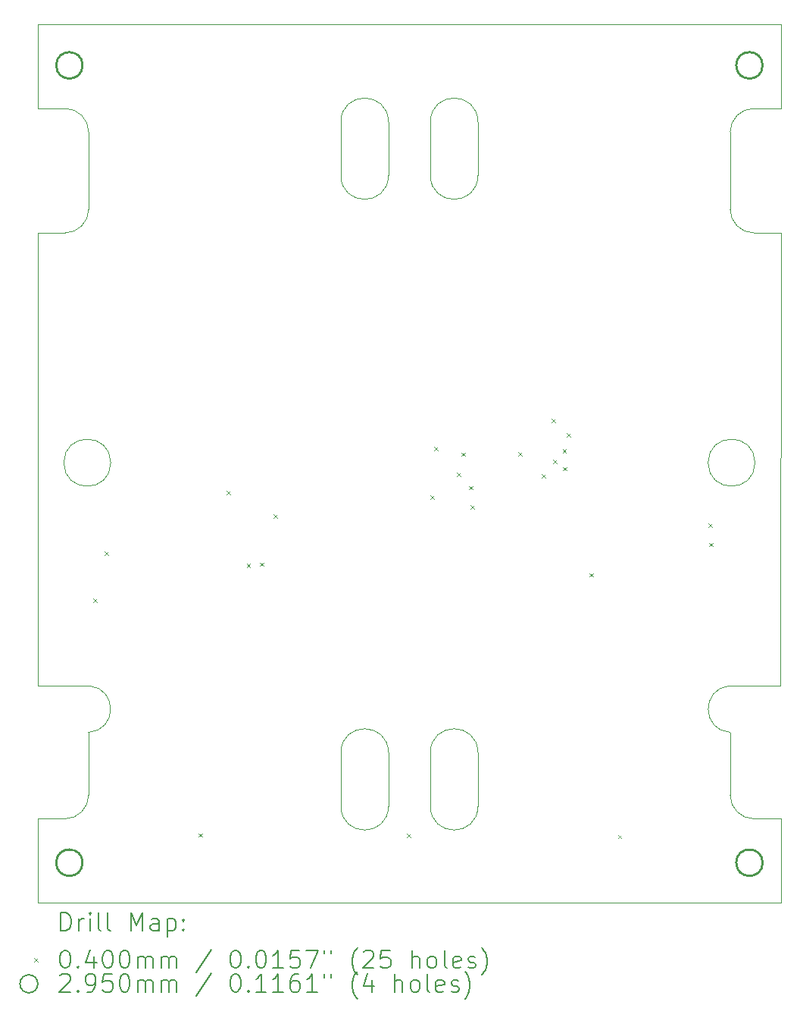
<source format=gbr>
%TF.GenerationSoftware,KiCad,Pcbnew,(6.0.9)*%
%TF.CreationDate,2023-01-30T20:42:36-08:00*%
%TF.ProjectId,solar-panel-NoCutout,736f6c61-722d-4706-916e-656c2d4e6f43,2.0*%
%TF.SameCoordinates,Original*%
%TF.FileFunction,Drillmap*%
%TF.FilePolarity,Positive*%
%FSLAX45Y45*%
G04 Gerber Fmt 4.5, Leading zero omitted, Abs format (unit mm)*
G04 Created by KiCad (PCBNEW (6.0.9)) date 2023-01-30 20:42:36*
%MOMM*%
%LPD*%
G01*
G04 APERTURE LIST*
%ADD10C,0.050000*%
%ADD11C,0.200000*%
%ADD12C,0.040000*%
%ADD13C,0.295000*%
G04 APERTURE END LIST*
D10*
X13685000Y-15300000D02*
X13685000Y-14700000D01*
X14215000Y-15300000D02*
X14215000Y-14700000D01*
X14685000Y-14700000D02*
X14685000Y-15300000D01*
X15215000Y-15300000D02*
X15215000Y-14700000D01*
X14215000Y-7660000D02*
X14215000Y-8260000D01*
X13685000Y-7660000D02*
X13685000Y-8260000D01*
X14685000Y-7660000D02*
X14685000Y-8260000D01*
X15215000Y-7660000D02*
X15215000Y-8260000D01*
X18600000Y-6575000D02*
X10300000Y-6575000D01*
X18312500Y-11465000D02*
G75*
G03*
X18312500Y-11465000I-262500J0D01*
G01*
X10874461Y-13955719D02*
X10300000Y-13955719D01*
X18024999Y-13955710D02*
G75*
G03*
X18035000Y-14475000I25001J-259260D01*
G01*
X18600000Y-16375000D02*
X18600000Y-15645000D01*
X18600000Y-7310000D02*
X18600000Y-6575000D01*
X10600000Y-7510000D02*
X10300000Y-7510000D01*
X10865000Y-7775000D02*
G75*
G03*
X10600000Y-7510000I-265000J0D01*
G01*
X10600000Y-8900000D02*
G75*
G03*
X10865000Y-8635000I0J265000D01*
G01*
X10600000Y-8900000D02*
X10300000Y-8900000D01*
X10865000Y-7775000D02*
X10865000Y-8635000D01*
X18300000Y-7510000D02*
G75*
G03*
X18035000Y-7775000I0J-265000D01*
G01*
X18035000Y-8635000D02*
G75*
G03*
X18300000Y-8900000I265000J0D01*
G01*
X18300000Y-7510000D02*
X18600000Y-7510000D01*
X18035000Y-7775000D02*
X18035000Y-8635000D01*
X18300000Y-8900000D02*
X18600000Y-8900000D01*
X10300000Y-6575000D02*
X10300000Y-7510000D01*
X10300000Y-8900000D02*
X10300000Y-13955719D01*
X10300000Y-15440000D02*
X10300000Y-16375000D01*
X18600000Y-15645000D02*
X18600000Y-15440000D01*
X18600000Y-7510000D02*
X18600000Y-7310000D01*
X18599461Y-13955719D02*
X18025000Y-13955719D01*
X13685000Y-8260000D02*
G75*
G03*
X14215000Y-8260000I265000J0D01*
G01*
X10865000Y-14475000D02*
G75*
G03*
X10874461Y-13955719I-15000J260000D01*
G01*
X10865000Y-15175000D02*
X10865000Y-14475000D01*
X15215000Y-7660000D02*
G75*
G03*
X14685000Y-7660000I-265000J0D01*
G01*
X14215000Y-7660000D02*
G75*
G03*
X13685000Y-7660000I-265000J0D01*
G01*
X10300000Y-16375000D02*
X18600000Y-16375000D01*
X14215000Y-14700000D02*
G75*
G03*
X13685000Y-14700000I-265000J0D01*
G01*
X18035000Y-15175000D02*
X18035000Y-14475000D01*
X10600000Y-15440000D02*
X10300000Y-15440000D01*
X13685000Y-15300000D02*
G75*
G03*
X14215000Y-15300000I265000J0D01*
G01*
X15215000Y-14700000D02*
G75*
G03*
X14685000Y-14700000I-265000J0D01*
G01*
X10600000Y-15440000D02*
G75*
G03*
X10865000Y-15175000I0J265000D01*
G01*
X18035000Y-15175000D02*
G75*
G03*
X18300000Y-15440000I265000J0D01*
G01*
X14685000Y-15300000D02*
G75*
G03*
X15215000Y-15300000I265000J0D01*
G01*
X18300000Y-15440000D02*
X18600000Y-15440000D01*
X18600000Y-8900000D02*
X18599461Y-13955719D01*
X14685000Y-8260000D02*
G75*
G03*
X15215000Y-8260000I265000J0D01*
G01*
X11112500Y-11465000D02*
G75*
G03*
X11112500Y-11465000I-262500J0D01*
G01*
D11*
D12*
X10920000Y-12983000D02*
X10960000Y-13023000D01*
X10960000Y-12983000D02*
X10920000Y-13023000D01*
X11046000Y-12455000D02*
X11086000Y-12495000D01*
X11086000Y-12455000D02*
X11046000Y-12495000D01*
X12092000Y-15602000D02*
X12132000Y-15642000D01*
X12132000Y-15602000D02*
X12092000Y-15642000D01*
X12407000Y-11780000D02*
X12447000Y-11820000D01*
X12447000Y-11780000D02*
X12407000Y-11820000D01*
X12631000Y-12590000D02*
X12671000Y-12630000D01*
X12671000Y-12590000D02*
X12631000Y-12630000D01*
X12780000Y-12580000D02*
X12820000Y-12620000D01*
X12820000Y-12580000D02*
X12780000Y-12620000D01*
X12930000Y-12044500D02*
X12970000Y-12084500D01*
X12970000Y-12044500D02*
X12930000Y-12084500D01*
X14425000Y-15605000D02*
X14465000Y-15645000D01*
X14465000Y-15605000D02*
X14425000Y-15645000D01*
X14683000Y-11831000D02*
X14723000Y-11871000D01*
X14723000Y-11831000D02*
X14683000Y-11871000D01*
X14727500Y-11290500D02*
X14767500Y-11330500D01*
X14767500Y-11290500D02*
X14727500Y-11330500D01*
X14979000Y-11579000D02*
X15019000Y-11619000D01*
X15019000Y-11579000D02*
X14979000Y-11619000D01*
X15034000Y-11351000D02*
X15074000Y-11391000D01*
X15074000Y-11351000D02*
X15034000Y-11391000D01*
X15119000Y-11724000D02*
X15159000Y-11764000D01*
X15159000Y-11724000D02*
X15119000Y-11764000D01*
X15133000Y-11942000D02*
X15173000Y-11982000D01*
X15173000Y-11942000D02*
X15133000Y-11982000D01*
X15666000Y-11347000D02*
X15706000Y-11387000D01*
X15706000Y-11347000D02*
X15666000Y-11387000D01*
X15927000Y-11593000D02*
X15967000Y-11633000D01*
X15967000Y-11593000D02*
X15927000Y-11633000D01*
X16037000Y-10976000D02*
X16077000Y-11016000D01*
X16077000Y-10976000D02*
X16037000Y-11016000D01*
X16055000Y-11430000D02*
X16095000Y-11470000D01*
X16095000Y-11430000D02*
X16055000Y-11470000D01*
X16162000Y-11315000D02*
X16202000Y-11355000D01*
X16202000Y-11315000D02*
X16162000Y-11355000D01*
X16169000Y-11513000D02*
X16209000Y-11553000D01*
X16209000Y-11513000D02*
X16169000Y-11553000D01*
X16206000Y-11137000D02*
X16246000Y-11177000D01*
X16246000Y-11137000D02*
X16206000Y-11177000D01*
X16460000Y-12699000D02*
X16500000Y-12739000D01*
X16500000Y-12699000D02*
X16460000Y-12739000D01*
X16780000Y-15619000D02*
X16820000Y-15659000D01*
X16820000Y-15619000D02*
X16780000Y-15659000D01*
X17792000Y-12142000D02*
X17832000Y-12182000D01*
X17832000Y-12142000D02*
X17792000Y-12182000D01*
X17800000Y-12360000D02*
X17840000Y-12400000D01*
X17840000Y-12360000D02*
X17800000Y-12400000D01*
D13*
X10797500Y-7030000D02*
G75*
G03*
X10797500Y-7030000I-147500J0D01*
G01*
X10797500Y-15930000D02*
G75*
G03*
X10797500Y-15930000I-147500J0D01*
G01*
X18397500Y-7030000D02*
G75*
G03*
X18397500Y-7030000I-147500J0D01*
G01*
X18397500Y-15930000D02*
G75*
G03*
X18397500Y-15930000I-147500J0D01*
G01*
D11*
X10555119Y-16687976D02*
X10555119Y-16487976D01*
X10602738Y-16487976D01*
X10631310Y-16497500D01*
X10650357Y-16516548D01*
X10659881Y-16535595D01*
X10669405Y-16573690D01*
X10669405Y-16602262D01*
X10659881Y-16640357D01*
X10650357Y-16659405D01*
X10631310Y-16678452D01*
X10602738Y-16687976D01*
X10555119Y-16687976D01*
X10755119Y-16687976D02*
X10755119Y-16554643D01*
X10755119Y-16592738D02*
X10764643Y-16573690D01*
X10774167Y-16564167D01*
X10793214Y-16554643D01*
X10812262Y-16554643D01*
X10878929Y-16687976D02*
X10878929Y-16554643D01*
X10878929Y-16487976D02*
X10869405Y-16497500D01*
X10878929Y-16507024D01*
X10888452Y-16497500D01*
X10878929Y-16487976D01*
X10878929Y-16507024D01*
X11002738Y-16687976D02*
X10983690Y-16678452D01*
X10974167Y-16659405D01*
X10974167Y-16487976D01*
X11107500Y-16687976D02*
X11088452Y-16678452D01*
X11078929Y-16659405D01*
X11078929Y-16487976D01*
X11336071Y-16687976D02*
X11336071Y-16487976D01*
X11402738Y-16630833D01*
X11469405Y-16487976D01*
X11469405Y-16687976D01*
X11650357Y-16687976D02*
X11650357Y-16583214D01*
X11640833Y-16564167D01*
X11621786Y-16554643D01*
X11583690Y-16554643D01*
X11564643Y-16564167D01*
X11650357Y-16678452D02*
X11631309Y-16687976D01*
X11583690Y-16687976D01*
X11564643Y-16678452D01*
X11555119Y-16659405D01*
X11555119Y-16640357D01*
X11564643Y-16621309D01*
X11583690Y-16611786D01*
X11631309Y-16611786D01*
X11650357Y-16602262D01*
X11745595Y-16554643D02*
X11745595Y-16754643D01*
X11745595Y-16564167D02*
X11764643Y-16554643D01*
X11802738Y-16554643D01*
X11821786Y-16564167D01*
X11831309Y-16573690D01*
X11840833Y-16592738D01*
X11840833Y-16649881D01*
X11831309Y-16668928D01*
X11821786Y-16678452D01*
X11802738Y-16687976D01*
X11764643Y-16687976D01*
X11745595Y-16678452D01*
X11926548Y-16668928D02*
X11936071Y-16678452D01*
X11926548Y-16687976D01*
X11917024Y-16678452D01*
X11926548Y-16668928D01*
X11926548Y-16687976D01*
X11926548Y-16564167D02*
X11936071Y-16573690D01*
X11926548Y-16583214D01*
X11917024Y-16573690D01*
X11926548Y-16564167D01*
X11926548Y-16583214D01*
D12*
X10257500Y-16997500D02*
X10297500Y-17037500D01*
X10297500Y-16997500D02*
X10257500Y-17037500D01*
D11*
X10593214Y-16907976D02*
X10612262Y-16907976D01*
X10631310Y-16917500D01*
X10640833Y-16927024D01*
X10650357Y-16946071D01*
X10659881Y-16984167D01*
X10659881Y-17031786D01*
X10650357Y-17069881D01*
X10640833Y-17088929D01*
X10631310Y-17098452D01*
X10612262Y-17107976D01*
X10593214Y-17107976D01*
X10574167Y-17098452D01*
X10564643Y-17088929D01*
X10555119Y-17069881D01*
X10545595Y-17031786D01*
X10545595Y-16984167D01*
X10555119Y-16946071D01*
X10564643Y-16927024D01*
X10574167Y-16917500D01*
X10593214Y-16907976D01*
X10745595Y-17088929D02*
X10755119Y-17098452D01*
X10745595Y-17107976D01*
X10736071Y-17098452D01*
X10745595Y-17088929D01*
X10745595Y-17107976D01*
X10926548Y-16974643D02*
X10926548Y-17107976D01*
X10878929Y-16898452D02*
X10831310Y-17041310D01*
X10955119Y-17041310D01*
X11069405Y-16907976D02*
X11088452Y-16907976D01*
X11107500Y-16917500D01*
X11117024Y-16927024D01*
X11126548Y-16946071D01*
X11136071Y-16984167D01*
X11136071Y-17031786D01*
X11126548Y-17069881D01*
X11117024Y-17088929D01*
X11107500Y-17098452D01*
X11088452Y-17107976D01*
X11069405Y-17107976D01*
X11050357Y-17098452D01*
X11040833Y-17088929D01*
X11031310Y-17069881D01*
X11021786Y-17031786D01*
X11021786Y-16984167D01*
X11031310Y-16946071D01*
X11040833Y-16927024D01*
X11050357Y-16917500D01*
X11069405Y-16907976D01*
X11259881Y-16907976D02*
X11278928Y-16907976D01*
X11297976Y-16917500D01*
X11307500Y-16927024D01*
X11317024Y-16946071D01*
X11326548Y-16984167D01*
X11326548Y-17031786D01*
X11317024Y-17069881D01*
X11307500Y-17088929D01*
X11297976Y-17098452D01*
X11278928Y-17107976D01*
X11259881Y-17107976D01*
X11240833Y-17098452D01*
X11231309Y-17088929D01*
X11221786Y-17069881D01*
X11212262Y-17031786D01*
X11212262Y-16984167D01*
X11221786Y-16946071D01*
X11231309Y-16927024D01*
X11240833Y-16917500D01*
X11259881Y-16907976D01*
X11412262Y-17107976D02*
X11412262Y-16974643D01*
X11412262Y-16993690D02*
X11421786Y-16984167D01*
X11440833Y-16974643D01*
X11469405Y-16974643D01*
X11488452Y-16984167D01*
X11497976Y-17003214D01*
X11497976Y-17107976D01*
X11497976Y-17003214D02*
X11507500Y-16984167D01*
X11526548Y-16974643D01*
X11555119Y-16974643D01*
X11574167Y-16984167D01*
X11583690Y-17003214D01*
X11583690Y-17107976D01*
X11678928Y-17107976D02*
X11678928Y-16974643D01*
X11678928Y-16993690D02*
X11688452Y-16984167D01*
X11707500Y-16974643D01*
X11736071Y-16974643D01*
X11755119Y-16984167D01*
X11764643Y-17003214D01*
X11764643Y-17107976D01*
X11764643Y-17003214D02*
X11774167Y-16984167D01*
X11793214Y-16974643D01*
X11821786Y-16974643D01*
X11840833Y-16984167D01*
X11850357Y-17003214D01*
X11850357Y-17107976D01*
X12240833Y-16898452D02*
X12069405Y-17155595D01*
X12497976Y-16907976D02*
X12517024Y-16907976D01*
X12536071Y-16917500D01*
X12545595Y-16927024D01*
X12555119Y-16946071D01*
X12564643Y-16984167D01*
X12564643Y-17031786D01*
X12555119Y-17069881D01*
X12545595Y-17088929D01*
X12536071Y-17098452D01*
X12517024Y-17107976D01*
X12497976Y-17107976D01*
X12478928Y-17098452D01*
X12469405Y-17088929D01*
X12459881Y-17069881D01*
X12450357Y-17031786D01*
X12450357Y-16984167D01*
X12459881Y-16946071D01*
X12469405Y-16927024D01*
X12478928Y-16917500D01*
X12497976Y-16907976D01*
X12650357Y-17088929D02*
X12659881Y-17098452D01*
X12650357Y-17107976D01*
X12640833Y-17098452D01*
X12650357Y-17088929D01*
X12650357Y-17107976D01*
X12783690Y-16907976D02*
X12802738Y-16907976D01*
X12821786Y-16917500D01*
X12831309Y-16927024D01*
X12840833Y-16946071D01*
X12850357Y-16984167D01*
X12850357Y-17031786D01*
X12840833Y-17069881D01*
X12831309Y-17088929D01*
X12821786Y-17098452D01*
X12802738Y-17107976D01*
X12783690Y-17107976D01*
X12764643Y-17098452D01*
X12755119Y-17088929D01*
X12745595Y-17069881D01*
X12736071Y-17031786D01*
X12736071Y-16984167D01*
X12745595Y-16946071D01*
X12755119Y-16927024D01*
X12764643Y-16917500D01*
X12783690Y-16907976D01*
X13040833Y-17107976D02*
X12926548Y-17107976D01*
X12983690Y-17107976D02*
X12983690Y-16907976D01*
X12964643Y-16936548D01*
X12945595Y-16955595D01*
X12926548Y-16965119D01*
X13221786Y-16907976D02*
X13126548Y-16907976D01*
X13117024Y-17003214D01*
X13126548Y-16993690D01*
X13145595Y-16984167D01*
X13193214Y-16984167D01*
X13212262Y-16993690D01*
X13221786Y-17003214D01*
X13231309Y-17022262D01*
X13231309Y-17069881D01*
X13221786Y-17088929D01*
X13212262Y-17098452D01*
X13193214Y-17107976D01*
X13145595Y-17107976D01*
X13126548Y-17098452D01*
X13117024Y-17088929D01*
X13297976Y-16907976D02*
X13431309Y-16907976D01*
X13345595Y-17107976D01*
X13497976Y-16907976D02*
X13497976Y-16946071D01*
X13574167Y-16907976D02*
X13574167Y-16946071D01*
X13869405Y-17184167D02*
X13859881Y-17174643D01*
X13840833Y-17146071D01*
X13831309Y-17127024D01*
X13821786Y-17098452D01*
X13812262Y-17050833D01*
X13812262Y-17012738D01*
X13821786Y-16965119D01*
X13831309Y-16936548D01*
X13840833Y-16917500D01*
X13859881Y-16888929D01*
X13869405Y-16879405D01*
X13936071Y-16927024D02*
X13945595Y-16917500D01*
X13964643Y-16907976D01*
X14012262Y-16907976D01*
X14031309Y-16917500D01*
X14040833Y-16927024D01*
X14050357Y-16946071D01*
X14050357Y-16965119D01*
X14040833Y-16993690D01*
X13926548Y-17107976D01*
X14050357Y-17107976D01*
X14231309Y-16907976D02*
X14136071Y-16907976D01*
X14126548Y-17003214D01*
X14136071Y-16993690D01*
X14155119Y-16984167D01*
X14202738Y-16984167D01*
X14221786Y-16993690D01*
X14231309Y-17003214D01*
X14240833Y-17022262D01*
X14240833Y-17069881D01*
X14231309Y-17088929D01*
X14221786Y-17098452D01*
X14202738Y-17107976D01*
X14155119Y-17107976D01*
X14136071Y-17098452D01*
X14126548Y-17088929D01*
X14478928Y-17107976D02*
X14478928Y-16907976D01*
X14564643Y-17107976D02*
X14564643Y-17003214D01*
X14555119Y-16984167D01*
X14536071Y-16974643D01*
X14507500Y-16974643D01*
X14488452Y-16984167D01*
X14478928Y-16993690D01*
X14688452Y-17107976D02*
X14669405Y-17098452D01*
X14659881Y-17088929D01*
X14650357Y-17069881D01*
X14650357Y-17012738D01*
X14659881Y-16993690D01*
X14669405Y-16984167D01*
X14688452Y-16974643D01*
X14717024Y-16974643D01*
X14736071Y-16984167D01*
X14745595Y-16993690D01*
X14755119Y-17012738D01*
X14755119Y-17069881D01*
X14745595Y-17088929D01*
X14736071Y-17098452D01*
X14717024Y-17107976D01*
X14688452Y-17107976D01*
X14869405Y-17107976D02*
X14850357Y-17098452D01*
X14840833Y-17079405D01*
X14840833Y-16907976D01*
X15021786Y-17098452D02*
X15002738Y-17107976D01*
X14964643Y-17107976D01*
X14945595Y-17098452D01*
X14936071Y-17079405D01*
X14936071Y-17003214D01*
X14945595Y-16984167D01*
X14964643Y-16974643D01*
X15002738Y-16974643D01*
X15021786Y-16984167D01*
X15031309Y-17003214D01*
X15031309Y-17022262D01*
X14936071Y-17041310D01*
X15107500Y-17098452D02*
X15126548Y-17107976D01*
X15164643Y-17107976D01*
X15183690Y-17098452D01*
X15193214Y-17079405D01*
X15193214Y-17069881D01*
X15183690Y-17050833D01*
X15164643Y-17041310D01*
X15136071Y-17041310D01*
X15117024Y-17031786D01*
X15107500Y-17012738D01*
X15107500Y-17003214D01*
X15117024Y-16984167D01*
X15136071Y-16974643D01*
X15164643Y-16974643D01*
X15183690Y-16984167D01*
X15259881Y-17184167D02*
X15269405Y-17174643D01*
X15288452Y-17146071D01*
X15297976Y-17127024D01*
X15307500Y-17098452D01*
X15317024Y-17050833D01*
X15317024Y-17012738D01*
X15307500Y-16965119D01*
X15297976Y-16936548D01*
X15288452Y-16917500D01*
X15269405Y-16888929D01*
X15259881Y-16879405D01*
X10297500Y-17281500D02*
G75*
G03*
X10297500Y-17281500I-100000J0D01*
G01*
X10545595Y-17191024D02*
X10555119Y-17181500D01*
X10574167Y-17171976D01*
X10621786Y-17171976D01*
X10640833Y-17181500D01*
X10650357Y-17191024D01*
X10659881Y-17210071D01*
X10659881Y-17229119D01*
X10650357Y-17257690D01*
X10536071Y-17371976D01*
X10659881Y-17371976D01*
X10745595Y-17352929D02*
X10755119Y-17362452D01*
X10745595Y-17371976D01*
X10736071Y-17362452D01*
X10745595Y-17352929D01*
X10745595Y-17371976D01*
X10850357Y-17371976D02*
X10888452Y-17371976D01*
X10907500Y-17362452D01*
X10917024Y-17352929D01*
X10936071Y-17324357D01*
X10945595Y-17286262D01*
X10945595Y-17210071D01*
X10936071Y-17191024D01*
X10926548Y-17181500D01*
X10907500Y-17171976D01*
X10869405Y-17171976D01*
X10850357Y-17181500D01*
X10840833Y-17191024D01*
X10831310Y-17210071D01*
X10831310Y-17257690D01*
X10840833Y-17276738D01*
X10850357Y-17286262D01*
X10869405Y-17295786D01*
X10907500Y-17295786D01*
X10926548Y-17286262D01*
X10936071Y-17276738D01*
X10945595Y-17257690D01*
X11126548Y-17171976D02*
X11031310Y-17171976D01*
X11021786Y-17267214D01*
X11031310Y-17257690D01*
X11050357Y-17248167D01*
X11097976Y-17248167D01*
X11117024Y-17257690D01*
X11126548Y-17267214D01*
X11136071Y-17286262D01*
X11136071Y-17333881D01*
X11126548Y-17352929D01*
X11117024Y-17362452D01*
X11097976Y-17371976D01*
X11050357Y-17371976D01*
X11031310Y-17362452D01*
X11021786Y-17352929D01*
X11259881Y-17171976D02*
X11278928Y-17171976D01*
X11297976Y-17181500D01*
X11307500Y-17191024D01*
X11317024Y-17210071D01*
X11326548Y-17248167D01*
X11326548Y-17295786D01*
X11317024Y-17333881D01*
X11307500Y-17352929D01*
X11297976Y-17362452D01*
X11278928Y-17371976D01*
X11259881Y-17371976D01*
X11240833Y-17362452D01*
X11231309Y-17352929D01*
X11221786Y-17333881D01*
X11212262Y-17295786D01*
X11212262Y-17248167D01*
X11221786Y-17210071D01*
X11231309Y-17191024D01*
X11240833Y-17181500D01*
X11259881Y-17171976D01*
X11412262Y-17371976D02*
X11412262Y-17238643D01*
X11412262Y-17257690D02*
X11421786Y-17248167D01*
X11440833Y-17238643D01*
X11469405Y-17238643D01*
X11488452Y-17248167D01*
X11497976Y-17267214D01*
X11497976Y-17371976D01*
X11497976Y-17267214D02*
X11507500Y-17248167D01*
X11526548Y-17238643D01*
X11555119Y-17238643D01*
X11574167Y-17248167D01*
X11583690Y-17267214D01*
X11583690Y-17371976D01*
X11678928Y-17371976D02*
X11678928Y-17238643D01*
X11678928Y-17257690D02*
X11688452Y-17248167D01*
X11707500Y-17238643D01*
X11736071Y-17238643D01*
X11755119Y-17248167D01*
X11764643Y-17267214D01*
X11764643Y-17371976D01*
X11764643Y-17267214D02*
X11774167Y-17248167D01*
X11793214Y-17238643D01*
X11821786Y-17238643D01*
X11840833Y-17248167D01*
X11850357Y-17267214D01*
X11850357Y-17371976D01*
X12240833Y-17162452D02*
X12069405Y-17419595D01*
X12497976Y-17171976D02*
X12517024Y-17171976D01*
X12536071Y-17181500D01*
X12545595Y-17191024D01*
X12555119Y-17210071D01*
X12564643Y-17248167D01*
X12564643Y-17295786D01*
X12555119Y-17333881D01*
X12545595Y-17352929D01*
X12536071Y-17362452D01*
X12517024Y-17371976D01*
X12497976Y-17371976D01*
X12478928Y-17362452D01*
X12469405Y-17352929D01*
X12459881Y-17333881D01*
X12450357Y-17295786D01*
X12450357Y-17248167D01*
X12459881Y-17210071D01*
X12469405Y-17191024D01*
X12478928Y-17181500D01*
X12497976Y-17171976D01*
X12650357Y-17352929D02*
X12659881Y-17362452D01*
X12650357Y-17371976D01*
X12640833Y-17362452D01*
X12650357Y-17352929D01*
X12650357Y-17371976D01*
X12850357Y-17371976D02*
X12736071Y-17371976D01*
X12793214Y-17371976D02*
X12793214Y-17171976D01*
X12774167Y-17200548D01*
X12755119Y-17219595D01*
X12736071Y-17229119D01*
X13040833Y-17371976D02*
X12926548Y-17371976D01*
X12983690Y-17371976D02*
X12983690Y-17171976D01*
X12964643Y-17200548D01*
X12945595Y-17219595D01*
X12926548Y-17229119D01*
X13212262Y-17171976D02*
X13174167Y-17171976D01*
X13155119Y-17181500D01*
X13145595Y-17191024D01*
X13126548Y-17219595D01*
X13117024Y-17257690D01*
X13117024Y-17333881D01*
X13126548Y-17352929D01*
X13136071Y-17362452D01*
X13155119Y-17371976D01*
X13193214Y-17371976D01*
X13212262Y-17362452D01*
X13221786Y-17352929D01*
X13231309Y-17333881D01*
X13231309Y-17286262D01*
X13221786Y-17267214D01*
X13212262Y-17257690D01*
X13193214Y-17248167D01*
X13155119Y-17248167D01*
X13136071Y-17257690D01*
X13126548Y-17267214D01*
X13117024Y-17286262D01*
X13421786Y-17371976D02*
X13307500Y-17371976D01*
X13364643Y-17371976D02*
X13364643Y-17171976D01*
X13345595Y-17200548D01*
X13326548Y-17219595D01*
X13307500Y-17229119D01*
X13497976Y-17171976D02*
X13497976Y-17210071D01*
X13574167Y-17171976D02*
X13574167Y-17210071D01*
X13869405Y-17448167D02*
X13859881Y-17438643D01*
X13840833Y-17410071D01*
X13831309Y-17391024D01*
X13821786Y-17362452D01*
X13812262Y-17314833D01*
X13812262Y-17276738D01*
X13821786Y-17229119D01*
X13831309Y-17200548D01*
X13840833Y-17181500D01*
X13859881Y-17152929D01*
X13869405Y-17143405D01*
X14031309Y-17238643D02*
X14031309Y-17371976D01*
X13983690Y-17162452D02*
X13936071Y-17305310D01*
X14059881Y-17305310D01*
X14288452Y-17371976D02*
X14288452Y-17171976D01*
X14374167Y-17371976D02*
X14374167Y-17267214D01*
X14364643Y-17248167D01*
X14345595Y-17238643D01*
X14317024Y-17238643D01*
X14297976Y-17248167D01*
X14288452Y-17257690D01*
X14497976Y-17371976D02*
X14478928Y-17362452D01*
X14469405Y-17352929D01*
X14459881Y-17333881D01*
X14459881Y-17276738D01*
X14469405Y-17257690D01*
X14478928Y-17248167D01*
X14497976Y-17238643D01*
X14526548Y-17238643D01*
X14545595Y-17248167D01*
X14555119Y-17257690D01*
X14564643Y-17276738D01*
X14564643Y-17333881D01*
X14555119Y-17352929D01*
X14545595Y-17362452D01*
X14526548Y-17371976D01*
X14497976Y-17371976D01*
X14678928Y-17371976D02*
X14659881Y-17362452D01*
X14650357Y-17343405D01*
X14650357Y-17171976D01*
X14831309Y-17362452D02*
X14812262Y-17371976D01*
X14774167Y-17371976D01*
X14755119Y-17362452D01*
X14745595Y-17343405D01*
X14745595Y-17267214D01*
X14755119Y-17248167D01*
X14774167Y-17238643D01*
X14812262Y-17238643D01*
X14831309Y-17248167D01*
X14840833Y-17267214D01*
X14840833Y-17286262D01*
X14745595Y-17305310D01*
X14917024Y-17362452D02*
X14936071Y-17371976D01*
X14974167Y-17371976D01*
X14993214Y-17362452D01*
X15002738Y-17343405D01*
X15002738Y-17333881D01*
X14993214Y-17314833D01*
X14974167Y-17305310D01*
X14945595Y-17305310D01*
X14926548Y-17295786D01*
X14917024Y-17276738D01*
X14917024Y-17267214D01*
X14926548Y-17248167D01*
X14945595Y-17238643D01*
X14974167Y-17238643D01*
X14993214Y-17248167D01*
X15069405Y-17448167D02*
X15078928Y-17438643D01*
X15097976Y-17410071D01*
X15107500Y-17391024D01*
X15117024Y-17362452D01*
X15126548Y-17314833D01*
X15126548Y-17276738D01*
X15117024Y-17229119D01*
X15107500Y-17200548D01*
X15097976Y-17181500D01*
X15078928Y-17152929D01*
X15069405Y-17143405D01*
M02*

</source>
